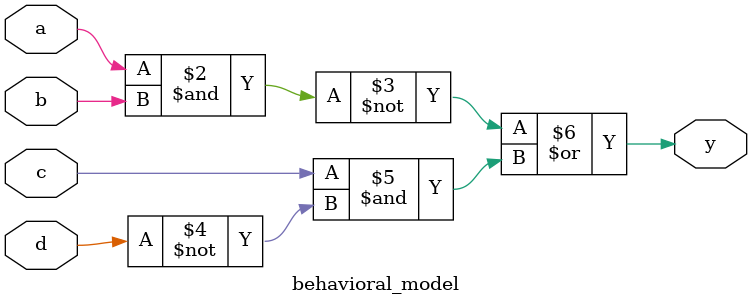
<source format=v>
module behavioral_model(
    input  a,
    input  b,
    input  c,
    input  d,
    output reg y
);
    always @* begin
        // exact same logic as the equation, but coded behaviorally
        y = (~(a & b)) | (c & ~d);
    end
endmodule

</source>
